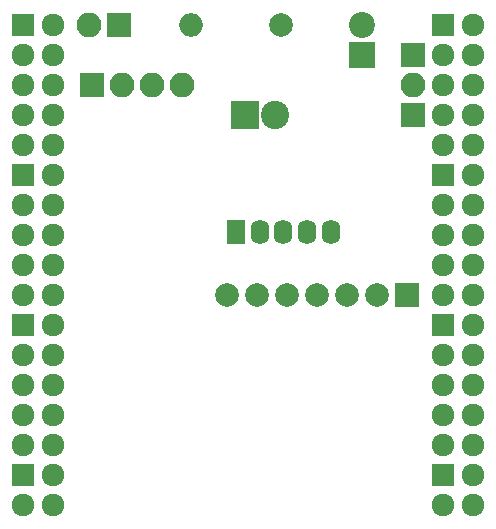
<source format=gts>
G04 #@! TF.FileFunction,Soldermask,Top*
%FSLAX46Y46*%
G04 Gerber Fmt 4.6, Leading zero omitted, Abs format (unit mm)*
G04 Created by KiCad (PCBNEW 4.0.4+e1-6308~48~ubuntu16.04.1-stable) date Fri Mar 30 16:09:55 2018*
%MOMM*%
%LPD*%
G01*
G04 APERTURE LIST*
%ADD10C,0.100000*%
%ADD11C,1.924000*%
%ADD12R,1.924000X1.924000*%
%ADD13R,2.400000X2.400000*%
%ADD14C,2.400000*%
%ADD15R,2.200000X2.200000*%
%ADD16C,2.200000*%
%ADD17R,2.000000X2.000000*%
%ADD18C,2.000000*%
%ADD19O,2.000000X2.000000*%
%ADD20R,2.100000X2.100000*%
%ADD21O,2.100000X2.100000*%
%ADD22R,1.600000X2.100000*%
%ADD23O,1.600000X2.100000*%
G04 APERTURE END LIST*
D10*
D11*
X58420000Y-46990000D03*
D12*
X55880000Y-46990000D03*
D11*
X58420000Y-49530000D03*
X55880000Y-49530000D03*
X58420000Y-87630000D03*
X55880000Y-87630000D03*
X58420000Y-85090000D03*
D12*
X55880000Y-85090000D03*
D11*
X58420000Y-82550000D03*
X55880000Y-82550000D03*
X58420000Y-80010000D03*
X55880000Y-80010000D03*
X58420000Y-77470000D03*
X55880000Y-77470000D03*
X58420000Y-74930000D03*
X55880000Y-74930000D03*
X58420000Y-72390000D03*
D12*
X55880000Y-72390000D03*
D11*
X58420000Y-69850000D03*
X55880000Y-69850000D03*
X58420000Y-67310000D03*
X55880000Y-67310000D03*
X58420000Y-64770000D03*
X55880000Y-64770000D03*
X58420000Y-62230000D03*
X55880000Y-62230000D03*
X58420000Y-59690000D03*
D12*
X55880000Y-59690000D03*
D11*
X58420000Y-57150000D03*
X55880000Y-57150000D03*
X58420000Y-54610000D03*
X55880000Y-54610000D03*
X58420000Y-52070000D03*
X55880000Y-52070000D03*
X91440000Y-52070000D03*
X93980000Y-52070000D03*
X91440000Y-54610000D03*
X93980000Y-54610000D03*
X91440000Y-57150000D03*
X93980000Y-57150000D03*
D12*
X91440000Y-59690000D03*
D11*
X93980000Y-59690000D03*
X91440000Y-62230000D03*
X93980000Y-62230000D03*
X91440000Y-64770000D03*
X93980000Y-64770000D03*
X91440000Y-67310000D03*
X93980000Y-67310000D03*
X91440000Y-69850000D03*
X93980000Y-69850000D03*
D12*
X91440000Y-72390000D03*
D11*
X93980000Y-72390000D03*
X91440000Y-74930000D03*
X93980000Y-74930000D03*
X91440000Y-77470000D03*
X93980000Y-77470000D03*
X91440000Y-80010000D03*
X93980000Y-80010000D03*
X91440000Y-82550000D03*
X93980000Y-82550000D03*
D12*
X91440000Y-85090000D03*
D11*
X93980000Y-85090000D03*
X91440000Y-87630000D03*
X93980000Y-87630000D03*
X91440000Y-49530000D03*
X93980000Y-49530000D03*
D12*
X91440000Y-46990000D03*
D11*
X93980000Y-46990000D03*
D13*
X74676000Y-54610000D03*
D14*
X77216000Y-54610000D03*
D15*
X84582000Y-49530000D03*
D16*
X84582000Y-46990000D03*
D17*
X88392000Y-69850000D03*
D18*
X85852000Y-69850000D03*
X83312000Y-69850000D03*
X80772000Y-69850000D03*
X78232000Y-69850000D03*
X75692000Y-69850000D03*
X73152000Y-69850000D03*
X77724000Y-46990000D03*
D19*
X70104000Y-46990000D03*
D20*
X64008000Y-46990000D03*
D21*
X61468000Y-46990000D03*
D20*
X88900000Y-49530000D03*
D21*
X88900000Y-52070000D03*
D20*
X88900000Y-54610000D03*
X61722000Y-52070000D03*
D21*
X64262000Y-52070000D03*
X66802000Y-52070000D03*
X69342000Y-52070000D03*
D22*
X73914000Y-64516000D03*
D23*
X75914000Y-64516000D03*
X77914000Y-64516000D03*
X79914000Y-64516000D03*
X81914000Y-64516000D03*
M02*

</source>
